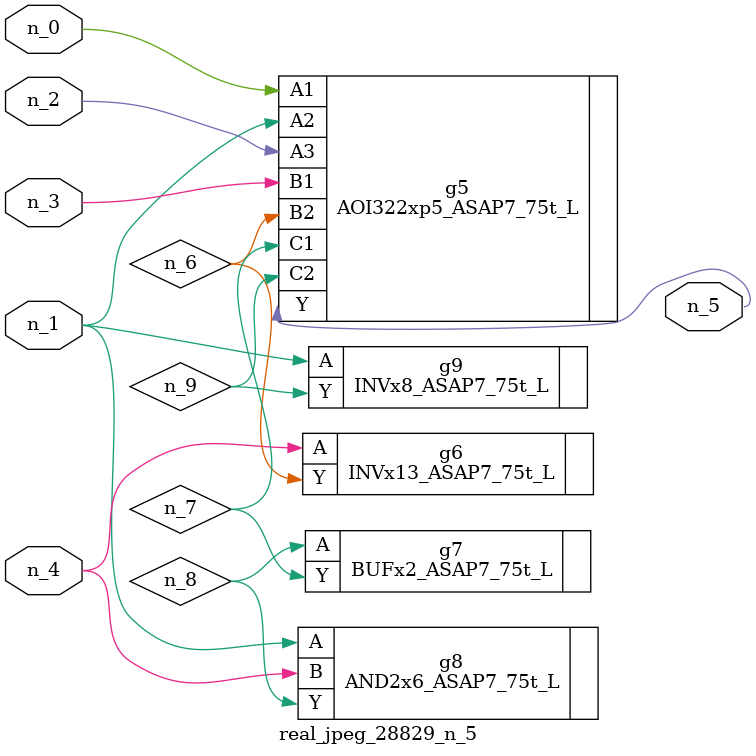
<source format=v>
module real_jpeg_28829_n_5 (n_4, n_0, n_1, n_2, n_3, n_5);

input n_4;
input n_0;
input n_1;
input n_2;
input n_3;

output n_5;

wire n_8;
wire n_6;
wire n_7;
wire n_9;

AOI322xp5_ASAP7_75t_L g5 ( 
.A1(n_0),
.A2(n_1),
.A3(n_2),
.B1(n_3),
.B2(n_6),
.C1(n_7),
.C2(n_9),
.Y(n_5)
);

AND2x6_ASAP7_75t_L g8 ( 
.A(n_1),
.B(n_4),
.Y(n_8)
);

INVx8_ASAP7_75t_L g9 ( 
.A(n_1),
.Y(n_9)
);

INVx13_ASAP7_75t_L g6 ( 
.A(n_4),
.Y(n_6)
);

BUFx2_ASAP7_75t_L g7 ( 
.A(n_8),
.Y(n_7)
);


endmodule
</source>
